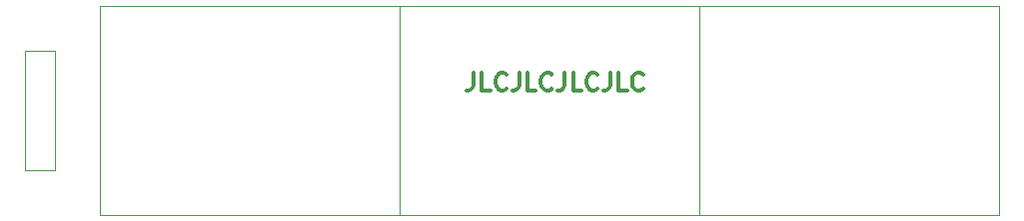
<source format=gbr>
%TF.GenerationSoftware,KiCad,Pcbnew,8.0.4*%
%TF.CreationDate,2024-09-01T22:21:07-05:00*%
%TF.ProjectId,caliper,63616c69-7065-4722-9e6b-696361645f70,rev?*%
%TF.SameCoordinates,Original*%
%TF.FileFunction,Legend,Top*%
%TF.FilePolarity,Positive*%
%FSLAX46Y46*%
G04 Gerber Fmt 4.6, Leading zero omitted, Abs format (unit mm)*
G04 Created by KiCad (PCBNEW 8.0.4) date 2024-09-01 22:21:07*
%MOMM*%
%LPD*%
G01*
G04 APERTURE LIST*
%ADD10C,0.300000*%
%ADD11C,0.120000*%
%ADD12C,0.800000*%
%ADD13C,6.400000*%
%ADD14R,1.700000X1.700000*%
%ADD15O,1.700000X1.700000*%
%ADD16O,1.700000X0.900000*%
%ADD17O,2.400000X0.900000*%
%ADD18C,0.650000*%
%ADD19R,1.600000X1.600000*%
%ADD20O,1.600000X1.600000*%
%ADD21C,4.000000*%
%ADD22C,2.200000*%
G04 APERTURE END LIST*
D10*
X-26766917Y3199171D02*
X-26766917Y2127742D01*
X-26766917Y2127742D02*
X-26838346Y1913457D01*
X-26838346Y1913457D02*
X-26981203Y1770600D01*
X-26981203Y1770600D02*
X-27195489Y1699171D01*
X-27195489Y1699171D02*
X-27338346Y1699171D01*
X-25338346Y1699171D02*
X-26052632Y1699171D01*
X-26052632Y1699171D02*
X-26052632Y3199171D01*
X-23981203Y1842028D02*
X-24052631Y1770600D01*
X-24052631Y1770600D02*
X-24266917Y1699171D01*
X-24266917Y1699171D02*
X-24409774Y1699171D01*
X-24409774Y1699171D02*
X-24624060Y1770600D01*
X-24624060Y1770600D02*
X-24766917Y1913457D01*
X-24766917Y1913457D02*
X-24838346Y2056314D01*
X-24838346Y2056314D02*
X-24909774Y2342028D01*
X-24909774Y2342028D02*
X-24909774Y2556314D01*
X-24909774Y2556314D02*
X-24838346Y2842028D01*
X-24838346Y2842028D02*
X-24766917Y2984885D01*
X-24766917Y2984885D02*
X-24624060Y3127742D01*
X-24624060Y3127742D02*
X-24409774Y3199171D01*
X-24409774Y3199171D02*
X-24266917Y3199171D01*
X-24266917Y3199171D02*
X-24052631Y3127742D01*
X-24052631Y3127742D02*
X-23981203Y3056314D01*
X-22909774Y3199171D02*
X-22909774Y2127742D01*
X-22909774Y2127742D02*
X-22981203Y1913457D01*
X-22981203Y1913457D02*
X-23124060Y1770600D01*
X-23124060Y1770600D02*
X-23338346Y1699171D01*
X-23338346Y1699171D02*
X-23481203Y1699171D01*
X-21481203Y1699171D02*
X-22195489Y1699171D01*
X-22195489Y1699171D02*
X-22195489Y3199171D01*
X-20124060Y1842028D02*
X-20195488Y1770600D01*
X-20195488Y1770600D02*
X-20409774Y1699171D01*
X-20409774Y1699171D02*
X-20552631Y1699171D01*
X-20552631Y1699171D02*
X-20766917Y1770600D01*
X-20766917Y1770600D02*
X-20909774Y1913457D01*
X-20909774Y1913457D02*
X-20981203Y2056314D01*
X-20981203Y2056314D02*
X-21052631Y2342028D01*
X-21052631Y2342028D02*
X-21052631Y2556314D01*
X-21052631Y2556314D02*
X-20981203Y2842028D01*
X-20981203Y2842028D02*
X-20909774Y2984885D01*
X-20909774Y2984885D02*
X-20766917Y3127742D01*
X-20766917Y3127742D02*
X-20552631Y3199171D01*
X-20552631Y3199171D02*
X-20409774Y3199171D01*
X-20409774Y3199171D02*
X-20195488Y3127742D01*
X-20195488Y3127742D02*
X-20124060Y3056314D01*
X-19052631Y3199171D02*
X-19052631Y2127742D01*
X-19052631Y2127742D02*
X-19124060Y1913457D01*
X-19124060Y1913457D02*
X-19266917Y1770600D01*
X-19266917Y1770600D02*
X-19481203Y1699171D01*
X-19481203Y1699171D02*
X-19624060Y1699171D01*
X-17624060Y1699171D02*
X-18338346Y1699171D01*
X-18338346Y1699171D02*
X-18338346Y3199171D01*
X-16266917Y1842028D02*
X-16338345Y1770600D01*
X-16338345Y1770600D02*
X-16552631Y1699171D01*
X-16552631Y1699171D02*
X-16695488Y1699171D01*
X-16695488Y1699171D02*
X-16909774Y1770600D01*
X-16909774Y1770600D02*
X-17052631Y1913457D01*
X-17052631Y1913457D02*
X-17124060Y2056314D01*
X-17124060Y2056314D02*
X-17195488Y2342028D01*
X-17195488Y2342028D02*
X-17195488Y2556314D01*
X-17195488Y2556314D02*
X-17124060Y2842028D01*
X-17124060Y2842028D02*
X-17052631Y2984885D01*
X-17052631Y2984885D02*
X-16909774Y3127742D01*
X-16909774Y3127742D02*
X-16695488Y3199171D01*
X-16695488Y3199171D02*
X-16552631Y3199171D01*
X-16552631Y3199171D02*
X-16338345Y3127742D01*
X-16338345Y3127742D02*
X-16266917Y3056314D01*
X-15195488Y3199171D02*
X-15195488Y2127742D01*
X-15195488Y2127742D02*
X-15266917Y1913457D01*
X-15266917Y1913457D02*
X-15409774Y1770600D01*
X-15409774Y1770600D02*
X-15624060Y1699171D01*
X-15624060Y1699171D02*
X-15766917Y1699171D01*
X-13766917Y1699171D02*
X-14481203Y1699171D01*
X-14481203Y1699171D02*
X-14481203Y3199171D01*
X-12409774Y1842028D02*
X-12481202Y1770600D01*
X-12481202Y1770600D02*
X-12695488Y1699171D01*
X-12695488Y1699171D02*
X-12838345Y1699171D01*
X-12838345Y1699171D02*
X-13052631Y1770600D01*
X-13052631Y1770600D02*
X-13195488Y1913457D01*
X-13195488Y1913457D02*
X-13266917Y2056314D01*
X-13266917Y2056314D02*
X-13338345Y2342028D01*
X-13338345Y2342028D02*
X-13338345Y2556314D01*
X-13338345Y2556314D02*
X-13266917Y2842028D01*
X-13266917Y2842028D02*
X-13195488Y2984885D01*
X-13195488Y2984885D02*
X-13052631Y3127742D01*
X-13052631Y3127742D02*
X-12838345Y3199171D01*
X-12838345Y3199171D02*
X-12695488Y3199171D01*
X-12695488Y3199171D02*
X-12481202Y3127742D01*
X-12481202Y3127742D02*
X-12409774Y3056314D01*
%TO.C,J2*%
D11*
X-64770000Y5070000D02*
X-62230000Y5070000D01*
X-62230000Y-5090000D01*
X-64770000Y-5090000D01*
X-64770000Y5070000D01*
%TO.C,U4*%
X-7620000Y8880000D02*
X17780000Y8880000D01*
X17780000Y-8900000D01*
X-7620000Y-8900000D01*
X-7620000Y8880000D01*
%TO.C,U3*%
X-33020000Y8880000D02*
X-7620000Y8880000D01*
X-7620000Y-8900000D01*
X-33020000Y-8900000D01*
X-33020000Y8880000D01*
%TO.C,U2*%
X-58420000Y8880000D02*
X-33020000Y8880000D01*
X-33020000Y-8900000D01*
X-58420000Y-8900000D01*
X-58420000Y8880000D01*
%TD*%
%LPC*%
D12*
%TO.C,M5*%
X-71400000Y9000000D03*
X-70697056Y10697056D03*
X-70697056Y7302944D03*
X-69000000Y11400000D03*
D13*
X-69000000Y9000000D03*
D12*
X-69000000Y6600000D03*
X-67302944Y10697056D03*
X-67302944Y7302944D03*
X-66600000Y9000000D03*
%TD*%
%TO.C,M1*%
X-63360000Y12690000D03*
X-62657056Y14387056D03*
X-62657056Y10992944D03*
X-60960000Y15090000D03*
D13*
X-60960000Y12690000D03*
D12*
X-60960000Y10290000D03*
X-59262944Y14387056D03*
X-59262944Y10992944D03*
X-58560000Y12690000D03*
%TD*%
%TO.C,M3*%
X17920000Y12690000D03*
X18622944Y14387056D03*
X18622944Y10992944D03*
X20320000Y15090000D03*
D13*
X20320000Y12690000D03*
D12*
X20320000Y10290000D03*
X22017056Y14387056D03*
X22017056Y10992944D03*
X22720000Y12690000D03*
%TD*%
D14*
%TO.C,J2*%
X-63500000Y3800000D03*
D15*
X-63500000Y1260000D03*
X-63500000Y-1280000D03*
X-63500000Y-3820000D03*
%TD*%
D16*
%TO.C,J1*%
X62260000Y-4325000D03*
D17*
X58880000Y-4325000D03*
D16*
X62260000Y4325000D03*
D17*
X58880000Y4325000D03*
D18*
X57900000Y-2975000D03*
X57900000Y-2125000D03*
X57900000Y-1275000D03*
X57900000Y-425000D03*
X57900000Y425000D03*
X57900000Y1275000D03*
X57900000Y2125000D03*
X57900000Y2975000D03*
X59250000Y2975000D03*
X59250000Y2125000D03*
X59250000Y1275000D03*
X59250000Y425000D03*
X59250000Y-425000D03*
X59250000Y-1275000D03*
X59250000Y-2125000D03*
X59250000Y-2975000D03*
%TD*%
D19*
%TO.C,U4*%
X-5080000Y-7630000D03*
D20*
X-2540000Y-7630000D03*
X0Y-7630000D03*
X2540000Y-7630000D03*
X5080000Y-7630000D03*
X7620000Y-7630000D03*
X10160000Y-7630000D03*
X12700000Y-7630000D03*
X15240000Y-7630000D03*
X15240000Y7610000D03*
X12700000Y7610000D03*
X10160000Y7610000D03*
X7620000Y7610000D03*
X5080000Y7610000D03*
X2540000Y7610000D03*
X0Y7610000D03*
X-2540000Y7610000D03*
X-5080000Y7610000D03*
%TD*%
D19*
%TO.C,U3*%
X-30480000Y-7630000D03*
D20*
X-27940000Y-7630000D03*
X-25400000Y-7630000D03*
X-22860000Y-7630000D03*
X-20320000Y-7630000D03*
X-17780000Y-7630000D03*
X-15240000Y-7630000D03*
X-12700000Y-7630000D03*
X-10160000Y-7630000D03*
X-10160000Y7610000D03*
X-12700000Y7610000D03*
X-15240000Y7610000D03*
X-17780000Y7610000D03*
X-20320000Y7610000D03*
X-22860000Y7610000D03*
X-25400000Y7610000D03*
X-27940000Y7610000D03*
X-30480000Y7610000D03*
%TD*%
D12*
%TO.C,M4*%
X17920000Y-12710000D03*
X18622944Y-11012944D03*
X18622944Y-14407056D03*
X20320000Y-10310000D03*
D13*
X20320000Y-12710000D03*
D12*
X20320000Y-15110000D03*
X22017056Y-11012944D03*
X22017056Y-14407056D03*
X22720000Y-12710000D03*
%TD*%
D21*
%TO.C,SW3*%
X29210000Y-10000D03*
D22*
X24130000Y2530000D03*
X26670000Y-3820000D03*
%TD*%
D19*
%TO.C,U2*%
X-55880000Y-7630000D03*
D20*
X-53340000Y-7630000D03*
X-50800000Y-7630000D03*
X-48260000Y-7630000D03*
X-45720000Y-7630000D03*
X-43180000Y-7630000D03*
X-40640000Y-7630000D03*
X-38100000Y-7630000D03*
X-35560000Y-7630000D03*
X-35560000Y7610000D03*
X-38100000Y7610000D03*
X-40640000Y7610000D03*
X-43180000Y7610000D03*
X-45720000Y7610000D03*
X-48260000Y7610000D03*
X-50800000Y7610000D03*
X-53340000Y7610000D03*
X-55880000Y7610000D03*
%TD*%
D12*
%TO.C,M2*%
X-63360000Y-12710000D03*
X-62657056Y-11012944D03*
X-62657056Y-14407056D03*
X-60960000Y-10310000D03*
D13*
X-60960000Y-12710000D03*
D12*
X-60960000Y-15110000D03*
X-59262944Y-11012944D03*
X-59262944Y-14407056D03*
X-58560000Y-12710000D03*
%TD*%
%LPD*%
M02*

</source>
